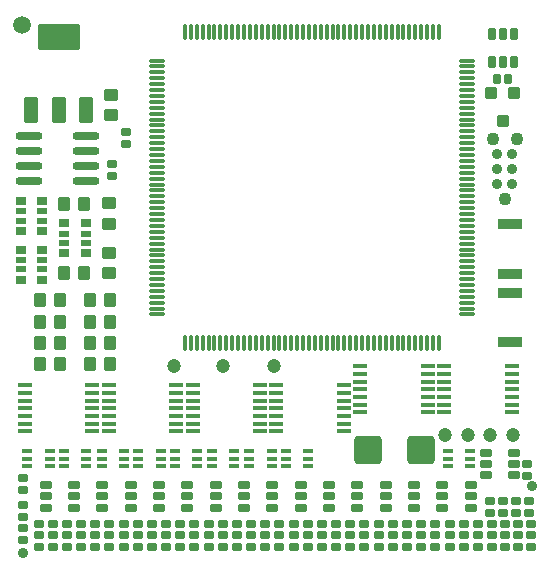
<source format=gts>
G04*
G04 #@! TF.GenerationSoftware,Altium Limited,Altium Designer,23.8.1 (32)*
G04*
G04 Layer_Color=8388736*
%FSLAX25Y25*%
%MOIN*%
G70*
G04*
G04 #@! TF.SameCoordinates,65707C24-BC75-4CFB-ACF7-6474547C54E6*
G04*
G04*
G04 #@! TF.FilePolarity,Negative*
G04*
G01*
G75*
G04:AMPARAMS|DCode=49|XSize=16.54mil|YSize=35.43mil|CornerRadius=3.23mil|HoleSize=0mil|Usage=FLASHONLY|Rotation=270.000|XOffset=0mil|YOffset=0mil|HoleType=Round|Shape=RoundedRectangle|*
%AMROUNDEDRECTD49*
21,1,0.01654,0.02898,0,0,270.0*
21,1,0.01008,0.03543,0,0,270.0*
1,1,0.00646,-0.01449,-0.00504*
1,1,0.00646,-0.01449,0.00504*
1,1,0.00646,0.01449,0.00504*
1,1,0.00646,0.01449,-0.00504*
%
%ADD49ROUNDEDRECTD49*%
%ADD50C,0.03543*%
%ADD51O,0.05512X0.01260*%
%ADD52O,0.01260X0.05512*%
G04:AMPARAMS|DCode=53|XSize=27.56mil|YSize=39.37mil|CornerRadius=4.33mil|HoleSize=0mil|Usage=FLASHONLY|Rotation=270.000|XOffset=0mil|YOffset=0mil|HoleType=Round|Shape=RoundedRectangle|*
%AMROUNDEDRECTD53*
21,1,0.02756,0.03071,0,0,270.0*
21,1,0.01890,0.03937,0,0,270.0*
1,1,0.00866,-0.01535,-0.00945*
1,1,0.00866,-0.01535,0.00945*
1,1,0.00866,0.01535,0.00945*
1,1,0.00866,0.01535,-0.00945*
%
%ADD53ROUNDEDRECTD53*%
G04:AMPARAMS|DCode=54|XSize=31.5mil|YSize=27.56mil|CornerRadius=4.33mil|HoleSize=0mil|Usage=FLASHONLY|Rotation=180.000|XOffset=0mil|YOffset=0mil|HoleType=Round|Shape=RoundedRectangle|*
%AMROUNDEDRECTD54*
21,1,0.03150,0.01890,0,0,180.0*
21,1,0.02284,0.02756,0,0,180.0*
1,1,0.00866,-0.01142,0.00945*
1,1,0.00866,0.01142,0.00945*
1,1,0.00866,0.01142,-0.00945*
1,1,0.00866,-0.01142,-0.00945*
%
%ADD54ROUNDEDRECTD54*%
G04:AMPARAMS|DCode=55|XSize=31.5mil|YSize=27.56mil|CornerRadius=4.33mil|HoleSize=0mil|Usage=FLASHONLY|Rotation=90.000|XOffset=0mil|YOffset=0mil|HoleType=Round|Shape=RoundedRectangle|*
%AMROUNDEDRECTD55*
21,1,0.03150,0.01890,0,0,90.0*
21,1,0.02284,0.02756,0,0,90.0*
1,1,0.00866,0.00945,0.01142*
1,1,0.00866,0.00945,-0.01142*
1,1,0.00866,-0.00945,-0.01142*
1,1,0.00866,-0.00945,0.01142*
%
%ADD55ROUNDEDRECTD55*%
G04:AMPARAMS|DCode=56|XSize=29.53mil|YSize=35.43mil|CornerRadius=4.53mil|HoleSize=0mil|Usage=FLASHONLY|Rotation=90.000|XOffset=0mil|YOffset=0mil|HoleType=Round|Shape=RoundedRectangle|*
%AMROUNDEDRECTD56*
21,1,0.02953,0.02638,0,0,90.0*
21,1,0.02047,0.03543,0,0,90.0*
1,1,0.00906,0.01319,0.01024*
1,1,0.00906,0.01319,-0.01024*
1,1,0.00906,-0.01319,-0.01024*
1,1,0.00906,-0.01319,0.01024*
%
%ADD56ROUNDEDRECTD56*%
G04:AMPARAMS|DCode=57|XSize=21.65mil|YSize=35.43mil|CornerRadius=3.74mil|HoleSize=0mil|Usage=FLASHONLY|Rotation=90.000|XOffset=0mil|YOffset=0mil|HoleType=Round|Shape=RoundedRectangle|*
%AMROUNDEDRECTD57*
21,1,0.02165,0.02795,0,0,90.0*
21,1,0.01417,0.03543,0,0,90.0*
1,1,0.00748,0.01398,0.00709*
1,1,0.00748,0.01398,-0.00709*
1,1,0.00748,-0.01398,-0.00709*
1,1,0.00748,-0.01398,0.00709*
%
%ADD57ROUNDEDRECTD57*%
G04:AMPARAMS|DCode=58|XSize=43.31mil|YSize=47.24mil|CornerRadius=5.91mil|HoleSize=0mil|Usage=FLASHONLY|Rotation=0.000|XOffset=0mil|YOffset=0mil|HoleType=Round|Shape=RoundedRectangle|*
%AMROUNDEDRECTD58*
21,1,0.04331,0.03543,0,0,0.0*
21,1,0.03150,0.04724,0,0,0.0*
1,1,0.01181,0.01575,-0.01772*
1,1,0.01181,-0.01575,-0.01772*
1,1,0.01181,-0.01575,0.01772*
1,1,0.01181,0.01575,0.01772*
%
%ADD58ROUNDEDRECTD58*%
G04:AMPARAMS|DCode=59|XSize=39.37mil|YSize=41.34mil|CornerRadius=5.51mil|HoleSize=0mil|Usage=FLASHONLY|Rotation=180.000|XOffset=0mil|YOffset=0mil|HoleType=Round|Shape=RoundedRectangle|*
%AMROUNDEDRECTD59*
21,1,0.03937,0.03032,0,0,180.0*
21,1,0.02835,0.04134,0,0,180.0*
1,1,0.01102,-0.01417,0.01516*
1,1,0.01102,0.01417,0.01516*
1,1,0.01102,0.01417,-0.01516*
1,1,0.01102,-0.01417,-0.01516*
%
%ADD59ROUNDEDRECTD59*%
G04:AMPARAMS|DCode=60|XSize=39.37mil|YSize=41.34mil|CornerRadius=5.51mil|HoleSize=0mil|Usage=FLASHONLY|Rotation=180.000|XOffset=0mil|YOffset=0mil|HoleType=Round|Shape=RoundedRectangle|*
%AMROUNDEDRECTD60*
21,1,0.03937,0.03032,0,0,180.0*
21,1,0.02835,0.04134,0,0,180.0*
1,1,0.01102,-0.01417,0.01516*
1,1,0.01102,0.01417,0.01516*
1,1,0.01102,0.01417,-0.01516*
1,1,0.01102,-0.01417,-0.01516*
%
%ADD60ROUNDEDRECTD60*%
%ADD61O,0.04724X0.01575*%
G04:AMPARAMS|DCode=62|XSize=47.24mil|YSize=88.58mil|CornerRadius=6.3mil|HoleSize=0mil|Usage=FLASHONLY|Rotation=0.000|XOffset=0mil|YOffset=0mil|HoleType=Round|Shape=RoundedRectangle|*
%AMROUNDEDRECTD62*
21,1,0.04724,0.07598,0,0,0.0*
21,1,0.03465,0.08858,0,0,0.0*
1,1,0.01260,0.01732,-0.03799*
1,1,0.01260,-0.01732,-0.03799*
1,1,0.01260,-0.01732,0.03799*
1,1,0.01260,0.01732,0.03799*
%
%ADD62ROUNDEDRECTD62*%
G04:AMPARAMS|DCode=63|XSize=47.24mil|YSize=88.58mil|CornerRadius=6.3mil|HoleSize=0mil|Usage=FLASHONLY|Rotation=0.000|XOffset=0mil|YOffset=0mil|HoleType=Round|Shape=RoundedRectangle|*
%AMROUNDEDRECTD63*
21,1,0.04724,0.07599,0,0,0.0*
21,1,0.03465,0.08858,0,0,0.0*
1,1,0.01260,0.01732,-0.03799*
1,1,0.01260,-0.01732,-0.03799*
1,1,0.01260,-0.01732,0.03799*
1,1,0.01260,0.01732,0.03799*
%
%ADD63ROUNDEDRECTD63*%
G04:AMPARAMS|DCode=64|XSize=141.73mil|YSize=88.58mil|CornerRadius=10.43mil|HoleSize=0mil|Usage=FLASHONLY|Rotation=0.000|XOffset=0mil|YOffset=0mil|HoleType=Round|Shape=RoundedRectangle|*
%AMROUNDEDRECTD64*
21,1,0.14173,0.06772,0,0,0.0*
21,1,0.12087,0.08858,0,0,0.0*
1,1,0.02087,0.06043,-0.03386*
1,1,0.02087,-0.06043,-0.03386*
1,1,0.02087,-0.06043,0.03386*
1,1,0.02087,0.06043,0.03386*
%
%ADD64ROUNDEDRECTD64*%
G04:AMPARAMS|DCode=65|XSize=43.31mil|YSize=47.24mil|CornerRadius=5.91mil|HoleSize=0mil|Usage=FLASHONLY|Rotation=270.000|XOffset=0mil|YOffset=0mil|HoleType=Round|Shape=RoundedRectangle|*
%AMROUNDEDRECTD65*
21,1,0.04331,0.03543,0,0,270.0*
21,1,0.03150,0.04724,0,0,270.0*
1,1,0.01181,-0.01772,-0.01575*
1,1,0.01181,-0.01772,0.01575*
1,1,0.01181,0.01772,0.01575*
1,1,0.01181,0.01772,-0.01575*
%
%ADD65ROUNDEDRECTD65*%
G04:AMPARAMS|DCode=66|XSize=27.56mil|YSize=39.37mil|CornerRadius=4.33mil|HoleSize=0mil|Usage=FLASHONLY|Rotation=180.000|XOffset=0mil|YOffset=0mil|HoleType=Round|Shape=RoundedRectangle|*
%AMROUNDEDRECTD66*
21,1,0.02756,0.03071,0,0,180.0*
21,1,0.01890,0.03937,0,0,180.0*
1,1,0.00866,-0.00945,0.01535*
1,1,0.00866,0.00945,0.01535*
1,1,0.00866,0.00945,-0.01535*
1,1,0.00866,-0.00945,-0.01535*
%
%ADD66ROUNDEDRECTD66*%
%ADD67C,0.03494*%
G04:AMPARAMS|DCode=68|XSize=90.55mil|YSize=94.49mil|CornerRadius=10.63mil|HoleSize=0mil|Usage=FLASHONLY|Rotation=180.000|XOffset=0mil|YOffset=0mil|HoleType=Round|Shape=RoundedRectangle|*
%AMROUNDEDRECTD68*
21,1,0.09055,0.07323,0,0,180.0*
21,1,0.06929,0.09449,0,0,180.0*
1,1,0.02126,-0.03465,0.03661*
1,1,0.02126,0.03465,0.03661*
1,1,0.02126,0.03465,-0.03661*
1,1,0.02126,-0.03465,-0.03661*
%
%ADD68ROUNDEDRECTD68*%
G04:AMPARAMS|DCode=69|XSize=35.43mil|YSize=82.68mil|CornerRadius=5.12mil|HoleSize=0mil|Usage=FLASHONLY|Rotation=90.000|XOffset=0mil|YOffset=0mil|HoleType=Round|Shape=RoundedRectangle|*
%AMROUNDEDRECTD69*
21,1,0.03543,0.07244,0,0,90.0*
21,1,0.02520,0.08268,0,0,90.0*
1,1,0.01024,0.03622,0.01260*
1,1,0.01024,0.03622,-0.01260*
1,1,0.01024,-0.03622,-0.01260*
1,1,0.01024,-0.03622,0.01260*
%
%ADD69ROUNDEDRECTD69*%
%ADD70O,0.09055X0.02756*%
%ADD71C,0.05906*%
%ADD72C,0.04724*%
%ADD73C,0.04294*%
D49*
X153740Y32087D02*
D03*
X153740Y34646D02*
D03*
X153740Y37205D02*
D03*
X146260Y32087D02*
D03*
Y34646D02*
D03*
Y37205D02*
D03*
X55315Y37205D02*
D03*
Y34646D02*
D03*
Y32087D02*
D03*
X62795Y37205D02*
D03*
Y34646D02*
D03*
Y32087D02*
D03*
X99803Y32087D02*
D03*
Y34646D02*
D03*
Y37205D02*
D03*
X92323Y32087D02*
D03*
Y34646D02*
D03*
Y37205D02*
D03*
X80118Y37205D02*
D03*
Y34646D02*
D03*
Y32087D02*
D03*
X87599Y37205D02*
D03*
Y34646D02*
D03*
Y32087D02*
D03*
X75000Y32087D02*
D03*
Y34646D02*
D03*
Y37205D02*
D03*
X67520Y32087D02*
D03*
Y34646D02*
D03*
Y37205D02*
D03*
X38386Y32087D02*
D03*
Y34646D02*
D03*
Y37205D02*
D03*
X30906Y32087D02*
D03*
Y34646D02*
D03*
Y37205D02*
D03*
X18307Y37205D02*
D03*
Y34646D02*
D03*
Y32087D02*
D03*
X25787Y37205D02*
D03*
Y34646D02*
D03*
Y32087D02*
D03*
X13583Y32087D02*
D03*
Y34646D02*
D03*
Y37205D02*
D03*
X6102Y32087D02*
D03*
Y34646D02*
D03*
Y37205D02*
D03*
X43110Y37205D02*
D03*
Y34646D02*
D03*
Y32087D02*
D03*
X50591Y37205D02*
D03*
Y34646D02*
D03*
Y32087D02*
D03*
D50*
X174252Y25591D02*
D03*
X4724Y3150D02*
D03*
D51*
X49213Y167323D02*
D03*
Y165354D02*
D03*
Y163386D02*
D03*
Y161417D02*
D03*
Y159449D02*
D03*
Y157480D02*
D03*
Y155512D02*
D03*
Y153543D02*
D03*
Y151575D02*
D03*
Y149606D02*
D03*
Y147638D02*
D03*
Y145669D02*
D03*
Y143701D02*
D03*
Y141732D02*
D03*
Y139764D02*
D03*
Y137795D02*
D03*
Y135827D02*
D03*
Y133858D02*
D03*
Y131890D02*
D03*
Y129921D02*
D03*
Y127953D02*
D03*
Y125984D02*
D03*
Y124016D02*
D03*
Y122047D02*
D03*
Y120079D02*
D03*
Y118110D02*
D03*
Y116142D02*
D03*
Y114173D02*
D03*
Y112205D02*
D03*
Y110236D02*
D03*
Y108268D02*
D03*
Y106299D02*
D03*
Y104331D02*
D03*
Y102362D02*
D03*
Y100394D02*
D03*
Y98425D02*
D03*
Y96457D02*
D03*
Y94488D02*
D03*
Y92520D02*
D03*
Y90551D02*
D03*
Y88583D02*
D03*
Y86614D02*
D03*
Y84646D02*
D03*
Y82677D02*
D03*
X152756D02*
D03*
Y84646D02*
D03*
Y86614D02*
D03*
Y88583D02*
D03*
Y90551D02*
D03*
Y92520D02*
D03*
Y94488D02*
D03*
Y96457D02*
D03*
Y98425D02*
D03*
Y100394D02*
D03*
Y102362D02*
D03*
Y104331D02*
D03*
Y106299D02*
D03*
Y108268D02*
D03*
Y110236D02*
D03*
Y112205D02*
D03*
Y114173D02*
D03*
Y116142D02*
D03*
Y118110D02*
D03*
Y120079D02*
D03*
Y122047D02*
D03*
Y124016D02*
D03*
Y125984D02*
D03*
Y127953D02*
D03*
Y129921D02*
D03*
Y131890D02*
D03*
Y133858D02*
D03*
Y135827D02*
D03*
Y137795D02*
D03*
Y139764D02*
D03*
Y141732D02*
D03*
Y143701D02*
D03*
Y145669D02*
D03*
Y147638D02*
D03*
Y149606D02*
D03*
Y151575D02*
D03*
Y153543D02*
D03*
Y155512D02*
D03*
Y157480D02*
D03*
Y159449D02*
D03*
Y161417D02*
D03*
Y163386D02*
D03*
Y165354D02*
D03*
Y167323D02*
D03*
D52*
X58661Y73228D02*
D03*
X60630D02*
D03*
X62598D02*
D03*
X64567D02*
D03*
X66535D02*
D03*
X68504D02*
D03*
X70472D02*
D03*
X72441D02*
D03*
X74409D02*
D03*
X76378D02*
D03*
X78346D02*
D03*
X80315D02*
D03*
X82283D02*
D03*
X84252D02*
D03*
X86220D02*
D03*
X88189D02*
D03*
X90157D02*
D03*
X92126D02*
D03*
X94094D02*
D03*
X96063D02*
D03*
X98031D02*
D03*
X100000D02*
D03*
X101968D02*
D03*
X103937D02*
D03*
X105905D02*
D03*
X107874D02*
D03*
X109842D02*
D03*
X111811D02*
D03*
X113779D02*
D03*
X115748D02*
D03*
X117716D02*
D03*
X119685D02*
D03*
X121653D02*
D03*
X123622D02*
D03*
X125590D02*
D03*
X127559D02*
D03*
X129527D02*
D03*
X131496D02*
D03*
X133464D02*
D03*
X135433D02*
D03*
X137401D02*
D03*
X139370D02*
D03*
X141338D02*
D03*
X143307D02*
D03*
Y176771D02*
D03*
X141338D02*
D03*
X139370D02*
D03*
X137401D02*
D03*
X135433D02*
D03*
X133464D02*
D03*
X131496D02*
D03*
X129527D02*
D03*
X127559D02*
D03*
X125590D02*
D03*
X123622D02*
D03*
X121653D02*
D03*
X119685D02*
D03*
X117716D02*
D03*
X115748D02*
D03*
X113779D02*
D03*
X111811D02*
D03*
X109842D02*
D03*
X107874D02*
D03*
X105905D02*
D03*
X103937D02*
D03*
X101968D02*
D03*
X100000D02*
D03*
X98031D02*
D03*
X96063D02*
D03*
X94094D02*
D03*
X92126D02*
D03*
X90157D02*
D03*
X88189D02*
D03*
X86220D02*
D03*
X84252D02*
D03*
X82283D02*
D03*
X80315D02*
D03*
X78346D02*
D03*
X76378D02*
D03*
X74409D02*
D03*
X72441D02*
D03*
X70472D02*
D03*
X68504D02*
D03*
X66535D02*
D03*
X64567D02*
D03*
X62598D02*
D03*
X60630D02*
D03*
X58661D02*
D03*
D53*
X168307Y36614D02*
D03*
Y32874D02*
D03*
Y29134D02*
D03*
X158858D02*
D03*
Y32874D02*
D03*
Y36614D02*
D03*
X144488Y25787D02*
D03*
Y22047D02*
D03*
Y18307D02*
D03*
X153937D02*
D03*
Y22047D02*
D03*
Y25787D02*
D03*
X59449D02*
D03*
Y22047D02*
D03*
Y18307D02*
D03*
X50000Y18307D02*
D03*
Y22047D02*
D03*
X50000Y25787D02*
D03*
X21654D02*
D03*
X21654Y22047D02*
D03*
Y18307D02*
D03*
X12205D02*
D03*
Y22047D02*
D03*
X12205Y25787D02*
D03*
X40551Y25787D02*
D03*
Y22047D02*
D03*
Y18307D02*
D03*
X31102Y18307D02*
D03*
Y22047D02*
D03*
Y25787D02*
D03*
X78347D02*
D03*
Y22047D02*
D03*
Y18307D02*
D03*
X68898Y18307D02*
D03*
Y22047D02*
D03*
X68898Y25787D02*
D03*
X97244D02*
D03*
Y22047D02*
D03*
Y18307D02*
D03*
X87795D02*
D03*
Y22047D02*
D03*
Y25787D02*
D03*
X116142Y25787D02*
D03*
Y22047D02*
D03*
Y18307D02*
D03*
X106693D02*
D03*
Y22047D02*
D03*
Y25787D02*
D03*
X135039D02*
D03*
Y22047D02*
D03*
Y18307D02*
D03*
X125591Y18307D02*
D03*
Y22047D02*
D03*
X125591Y25787D02*
D03*
D54*
X174016Y9055D02*
D03*
Y12992D02*
D03*
X173228Y20472D02*
D03*
Y16535D02*
D03*
X160236Y20472D02*
D03*
Y16535D02*
D03*
X161024Y9055D02*
D03*
Y12992D02*
D03*
X168898Y20472D02*
D03*
Y16535D02*
D03*
X164567D02*
D03*
Y20472D02*
D03*
X165354Y9055D02*
D03*
Y12992D02*
D03*
X169685Y9055D02*
D03*
Y12992D02*
D03*
X165354Y9055D02*
D03*
Y5118D02*
D03*
X34449Y132677D02*
D03*
Y128740D02*
D03*
X172835Y32874D02*
D03*
Y28937D02*
D03*
X142126Y12992D02*
D03*
Y9055D02*
D03*
X156299Y5118D02*
D03*
Y9055D02*
D03*
X151575Y5118D02*
D03*
Y9055D02*
D03*
X146851Y5118D02*
D03*
Y9055D02*
D03*
X142126Y5118D02*
D03*
Y9055D02*
D03*
X156299Y12992D02*
D03*
Y9055D02*
D03*
X151575Y12992D02*
D03*
Y9055D02*
D03*
X146851Y12992D02*
D03*
Y9055D02*
D03*
X4724Y7480D02*
D03*
Y11417D02*
D03*
X47638Y9055D02*
D03*
Y5118D02*
D03*
X61811Y9055D02*
D03*
X61811Y5118D02*
D03*
X80709Y12992D02*
D03*
Y9055D02*
D03*
Y5118D02*
D03*
Y9055D02*
D03*
X90158D02*
D03*
X90158Y12992D02*
D03*
X90158Y9055D02*
D03*
X90158Y5118D02*
D03*
X113780Y12992D02*
D03*
Y9055D02*
D03*
X137402D02*
D03*
X137402Y12992D02*
D03*
X137402Y9055D02*
D03*
X137402Y5118D02*
D03*
X39173Y143504D02*
D03*
Y139567D02*
D03*
X4724Y28150D02*
D03*
Y24213D02*
D03*
X9843Y9055D02*
D03*
Y12992D02*
D03*
X14567Y9055D02*
D03*
Y12992D02*
D03*
X19291Y9055D02*
D03*
Y12992D02*
D03*
X24016Y9055D02*
D03*
Y12992D02*
D03*
X9843Y9055D02*
D03*
Y5118D02*
D03*
X14567Y9055D02*
D03*
Y5118D02*
D03*
X19291Y9055D02*
D03*
Y5118D02*
D03*
X24016Y9055D02*
D03*
Y5118D02*
D03*
X28740Y9055D02*
D03*
Y12992D02*
D03*
X33465Y9055D02*
D03*
Y12992D02*
D03*
X38189Y9055D02*
D03*
X38189Y12992D02*
D03*
X43031Y9055D02*
D03*
Y12992D02*
D03*
X28740Y9055D02*
D03*
Y5118D02*
D03*
X33465Y9055D02*
D03*
Y5118D02*
D03*
X38189Y9055D02*
D03*
X38189Y5118D02*
D03*
X42913Y9055D02*
D03*
Y5118D02*
D03*
X47638Y9055D02*
D03*
Y12992D02*
D03*
X52362Y9055D02*
D03*
Y12992D02*
D03*
X57087Y9055D02*
D03*
Y12992D02*
D03*
X61811Y9055D02*
D03*
Y12992D02*
D03*
X52362Y9055D02*
D03*
X52362Y5118D02*
D03*
X57087Y9055D02*
D03*
Y5118D02*
D03*
X66536Y12992D02*
D03*
Y9055D02*
D03*
X71260Y12992D02*
D03*
Y9055D02*
D03*
X75984Y12992D02*
D03*
Y9055D02*
D03*
X66536Y5118D02*
D03*
Y9055D02*
D03*
X71260Y5118D02*
D03*
Y9055D02*
D03*
X75984Y5118D02*
D03*
Y9055D02*
D03*
X85433D02*
D03*
Y12992D02*
D03*
X94882Y9055D02*
D03*
Y12992D02*
D03*
X99606Y9055D02*
D03*
Y12992D02*
D03*
X85433Y9055D02*
D03*
Y5118D02*
D03*
X94882Y9055D02*
D03*
Y5118D02*
D03*
X99606Y9055D02*
D03*
Y5118D02*
D03*
X104331Y12992D02*
D03*
Y9055D02*
D03*
X109055Y12992D02*
D03*
Y9055D02*
D03*
X118504Y12992D02*
D03*
Y9055D02*
D03*
X104331Y5118D02*
D03*
Y9055D02*
D03*
X109055Y5118D02*
D03*
Y9055D02*
D03*
X113780Y5118D02*
D03*
Y9055D02*
D03*
X118504Y5118D02*
D03*
Y9055D02*
D03*
X123228D02*
D03*
X123228Y12992D02*
D03*
X127953Y9055D02*
D03*
Y12992D02*
D03*
X132677Y9055D02*
D03*
Y12992D02*
D03*
X123228Y9055D02*
D03*
X123228Y5118D02*
D03*
X127953Y9055D02*
D03*
Y5118D02*
D03*
X132677Y9055D02*
D03*
Y5118D02*
D03*
X161024D02*
D03*
Y9055D02*
D03*
X169685Y5118D02*
D03*
Y9055D02*
D03*
X174016Y5118D02*
D03*
Y9055D02*
D03*
X4724Y19094D02*
D03*
Y15157D02*
D03*
D55*
X166496Y161319D02*
D03*
X162559D02*
D03*
D56*
X25512Y103051D02*
D03*
X18426D02*
D03*
X18426Y113091D02*
D03*
X25512D02*
D03*
X11024Y104331D02*
D03*
X3937D02*
D03*
Y94291D02*
D03*
X11024D02*
D03*
Y110433D02*
D03*
X3937D02*
D03*
Y120473D02*
D03*
X11024D02*
D03*
D57*
X25512Y106496D02*
D03*
X25512Y109646D02*
D03*
X18426Y109646D02*
D03*
Y106496D02*
D03*
X3937Y97736D02*
D03*
Y100886D02*
D03*
X11024D02*
D03*
Y97736D02*
D03*
Y113878D02*
D03*
Y117028D02*
D03*
X3937D02*
D03*
Y113878D02*
D03*
D58*
X17126Y66142D02*
D03*
X10433Y66142D02*
D03*
Y73228D02*
D03*
X17126D02*
D03*
X18307Y96457D02*
D03*
X25000Y96457D02*
D03*
Y119488D02*
D03*
X18307D02*
D03*
X17126Y87402D02*
D03*
X10433D02*
D03*
X33661Y87402D02*
D03*
X26969Y87402D02*
D03*
X17126Y80315D02*
D03*
X10433Y80315D02*
D03*
X33661Y80315D02*
D03*
X26969D02*
D03*
X33661Y73228D02*
D03*
X26969D02*
D03*
X33661Y66142D02*
D03*
X26969D02*
D03*
D59*
X164528Y147146D02*
D03*
X168268Y156398D02*
D03*
D60*
X160787Y156398D02*
D03*
D61*
X117126Y65354D02*
D03*
X117126Y62795D02*
D03*
Y60236D02*
D03*
X117126Y57677D02*
D03*
X117126Y55118D02*
D03*
Y52559D02*
D03*
X117126Y50000D02*
D03*
X139567Y65354D02*
D03*
Y62795D02*
D03*
Y60236D02*
D03*
Y57677D02*
D03*
Y55118D02*
D03*
Y52559D02*
D03*
Y50000D02*
D03*
X83662Y43701D02*
D03*
Y46260D02*
D03*
Y48819D02*
D03*
Y51378D02*
D03*
Y53937D02*
D03*
Y56496D02*
D03*
Y59055D02*
D03*
X61221Y43701D02*
D03*
Y46260D02*
D03*
Y48819D02*
D03*
Y51378D02*
D03*
Y53937D02*
D03*
Y56496D02*
D03*
Y59055D02*
D03*
X55709Y43701D02*
D03*
Y46260D02*
D03*
Y48819D02*
D03*
Y51378D02*
D03*
Y53937D02*
D03*
Y56496D02*
D03*
Y59055D02*
D03*
X33268Y43701D02*
D03*
Y46260D02*
D03*
Y48819D02*
D03*
Y51378D02*
D03*
Y53937D02*
D03*
Y56496D02*
D03*
Y59055D02*
D03*
X111614Y43701D02*
D03*
Y46260D02*
D03*
Y48819D02*
D03*
Y51378D02*
D03*
Y53937D02*
D03*
Y56496D02*
D03*
Y59055D02*
D03*
X89173Y43701D02*
D03*
Y46260D02*
D03*
Y48819D02*
D03*
Y51378D02*
D03*
Y53937D02*
D03*
Y56496D02*
D03*
Y59055D02*
D03*
X27756Y43701D02*
D03*
Y46260D02*
D03*
Y48819D02*
D03*
Y51378D02*
D03*
Y53937D02*
D03*
Y56496D02*
D03*
Y59055D02*
D03*
X5315Y43701D02*
D03*
Y46260D02*
D03*
Y48819D02*
D03*
Y51378D02*
D03*
Y53937D02*
D03*
Y56496D02*
D03*
Y59055D02*
D03*
X167520Y50000D02*
D03*
Y52559D02*
D03*
Y55118D02*
D03*
Y57677D02*
D03*
Y60236D02*
D03*
Y62795D02*
D03*
Y65354D02*
D03*
X145079Y50000D02*
D03*
Y52559D02*
D03*
Y55118D02*
D03*
Y57677D02*
D03*
Y60236D02*
D03*
Y62795D02*
D03*
Y65354D02*
D03*
D62*
X7480Y150886D02*
D03*
X25591D02*
D03*
D63*
X16535D02*
D03*
D64*
X16535Y175295D02*
D03*
D65*
X33268Y96457D02*
D03*
Y103150D02*
D03*
Y112992D02*
D03*
Y119685D02*
D03*
X34055Y149213D02*
D03*
Y155905D02*
D03*
D66*
X168504Y176181D02*
D03*
X164764D02*
D03*
X161024D02*
D03*
Y166732D02*
D03*
X164764D02*
D03*
X168504D02*
D03*
D67*
X167795Y126221D02*
D03*
X162795D02*
D03*
X167795Y131220D02*
D03*
X162795Y131220D02*
D03*
X167795Y136221D02*
D03*
X162795D02*
D03*
D68*
X137402Y37402D02*
D03*
X119685D02*
D03*
D69*
X166929Y112756D02*
D03*
Y96220D02*
D03*
Y73425D02*
D03*
Y89961D02*
D03*
D70*
X6693Y142246D02*
D03*
X6693Y137246D02*
D03*
X6693Y132246D02*
D03*
Y127246D02*
D03*
X25591Y142246D02*
D03*
X25591Y137246D02*
D03*
X25591Y132246D02*
D03*
Y127246D02*
D03*
D71*
X4331Y179232D02*
D03*
D72*
X145473Y42520D02*
D03*
X152953D02*
D03*
X160433D02*
D03*
X167913D02*
D03*
X88386Y65551D02*
D03*
X71457D02*
D03*
X54921D02*
D03*
D73*
X165295Y121221D02*
D03*
X161295Y141220D02*
D03*
X169295D02*
D03*
M02*

</source>
